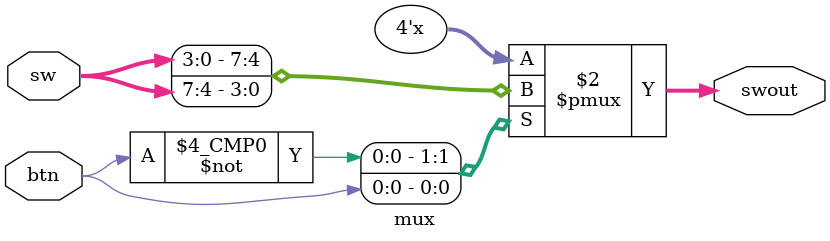
<source format=v>

module mux(
    input [7:0] sw,
    input btn,
    output reg [3:0] swout
    );

always @(btn)
begin
    case(btn)
        1'b0: swout = sw[3:0];
        1'b1: swout = sw[7:4];
    endcase
end
endmodule

</source>
